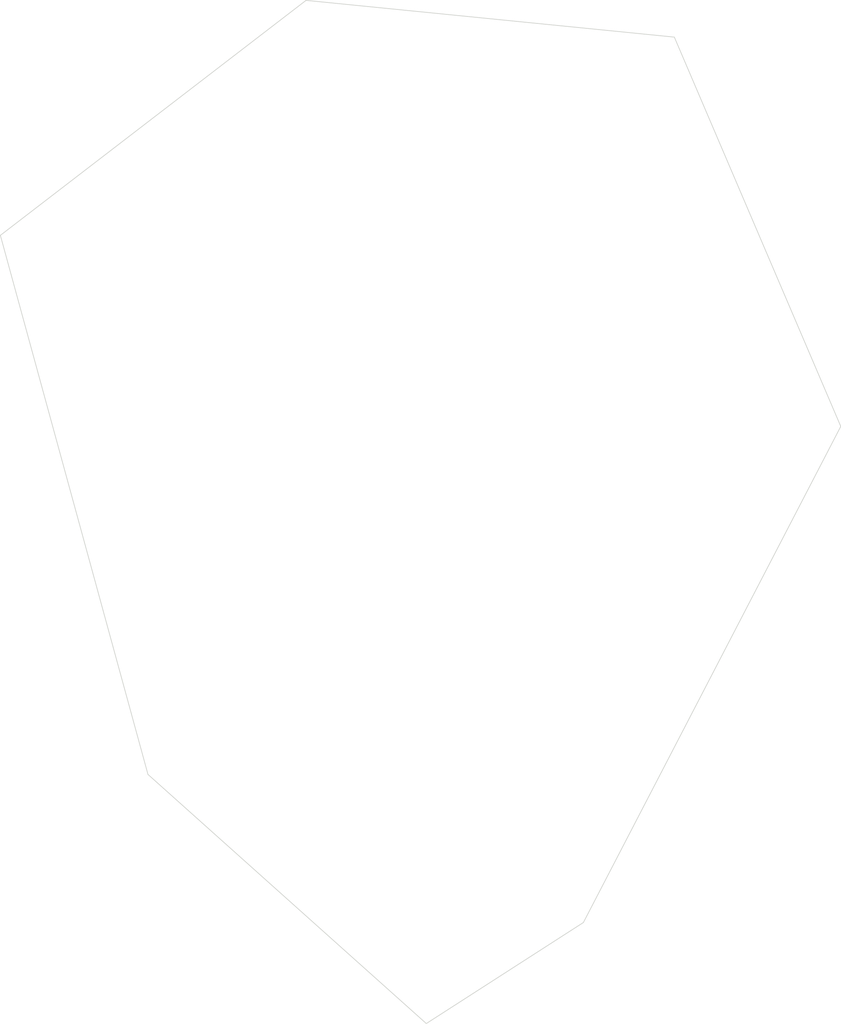
<source format=kicad_pcb>

(kicad_pcb (version 4) (host pcbnew 4.0.7)

	(general
		(links 0)
		(no_connects 0)
		(area 77.052499 41.877835 92.193313 53.630501)
		(thickness 1.6)
		(drawings 8)
		(tracks 0)
		(zones 0)
		(modules 1)
		(nets 1)
	)

	(page A4)
	(layers
		(0 F.Cu signal)
		(31 B.Cu signal)
		(32 B.Adhes user)
		(33 F.Adhes user)
		(34 B.Paste user)
		(35 F.Paste user)
		(36 B.SilkS user)
		(37 F.SilkS user)
		(38 B.Mask user)
		(39 F.Mask user)
		(40 Dwgs.User user)
		(41 Cmts.User user)
		(42 Eco1.User user)
		(43 Eco2.User user)
		(44 Edge.Cuts user)
		(45 Margin user)
		(46 B.CrtYd user)
		(47 F.CrtYd user)
		(48 B.Fab user)
		(49 F.Fab user)
	)

	(setup
		(last_trace_width 0.25)
		(trace_clearance 0.2)
		(zone_clearance 0.508)
		(zone_45_only no)
		(trace_min 0.2)
		(segment_width 0.2)
		(edge_width 0.15)
		(via_size 0.6)
		(via_drill 0.4)
		(via_min_size 0.4)
		(via_min_drill 0.3)
		(uvia_size 0.3)
		(uvia_drill 0.1)
		(uvias_allowed no)
		(uvia_min_size 0.2)
		(uvia_min_drill 0.1)
		(pcb_text_width 0.3)
		(pcb_text_size 1.5 1.5)
		(mod_edge_width 0.15)
		(mod_text_size 1 1)
		(mod_text_width 0.15)
		(pad_size 1.524 1.524)
		(pad_drill 0.762)
		(pad_to_mask_clearance 0.2)
		(aux_axis_origin 0 0)
		(visible_elements FFFFFF7F)
		(pcbplotparams
			(layerselection 0x010f0_80000001)
			(usegerberextensions false)
			(excludeedgelayer true)
			(linewidth 0.100000)
			(plotframeref false)
			(viasonmask false)
			(mode 1)
			(useauxorigin false)
			(hpglpennumber 1)
			(hpglpenspeed 20)
			(hpglpendiameter 15)
			(hpglpenoverlay 2)
			(psnegative false)
			(psa4output false)
			(plotreference true)
			(plotvalue true)
			(plotinvisibletext false)
			(padsonsilk false)
			(subtractmaskfromsilk false)
			(outputformat 1)
			(mirror false)
			(drillshape 1)
			(scaleselection 1)
			(outputdirectory gerbers/))
	)

	(net 0 "")

	(net_class Default "This is the default net class."
		(clearance 0.2)
		(trace_width 0.25)
		(via_dia 0.6)
		(via_drill 0.4)
		(uvia_dia 0.3)
		(uvia_drill 0.1)
	)
(module LOGO (layer F.Cu)
  (at 0 0)
 (fp_text reference "G***" (at 0 0) (layer F.SilkS) hide
  (effects (font (thickness 0.3)))
  )
  (fp_text value "LOGO" (at 0.75 0) (layer F.SilkS) hide
  (effects (font (thickness 0.3)))
  )
)
(gr_line (start 1.200000 75.000000) (end 22.450627 61.341150) (layer Edge.Cuts) (width 0.1))
(gr_line (start 22.450627 61.341150) (end 57.266970 -5.725424) (layer Edge.Cuts) (width 0.1))
(gr_line (start 57.266970 -5.725424) (end 34.752340 -58.351048) (layer Edge.Cuts) (width 0.1))
(gr_line (start 34.752340 -58.351048) (end -15.070462 -63.319217) (layer Edge.Cuts) (width 0.1))
(gr_line (start -15.070462 -63.319217) (end -56.418487 -31.554049) (layer Edge.Cuts) (width 0.1))
(gr_line (start -56.418487 -31.554049) (end -36.450913 41.323480) (layer Edge.Cuts) (width 0.1))
(gr_line (start -36.450913 41.323480) (end 1.200000 75.000000) (layer Edge.Cuts) (width 0.1))

)

</source>
